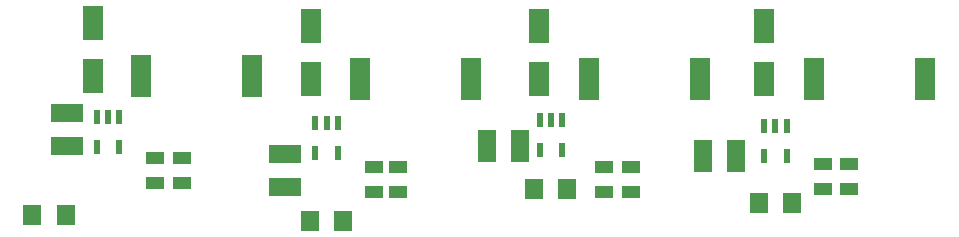
<source format=gbr>
G04 EAGLE Gerber RS-274X export*
G75*
%MOMM*%
%FSLAX34Y34*%
%LPD*%
%INSolderpaste Bottom*%
%IPPOS*%
%AMOC8*
5,1,8,0,0,1.08239X$1,22.5*%
G01*
%ADD10R,1.600000X1.803000*%
%ADD11R,1.780000X3.560000*%
%ADD12R,1.600000X2.700000*%
%ADD13R,0.550000X1.200000*%
%ADD14R,1.500000X1.100000*%
%ADD15R,1.700000X3.000000*%
%ADD16R,2.700000X1.600000*%


D10*
X450405Y334300D03*
X478845Y334300D03*
D11*
X591500Y427200D03*
X497500Y427200D03*
D12*
X438700Y370500D03*
X410700Y370500D03*
D13*
X455500Y393000D03*
X465000Y393000D03*
X474500Y393000D03*
X474500Y367000D03*
X455500Y367000D03*
D14*
X510000Y353000D03*
X510000Y332000D03*
X532500Y332000D03*
X532500Y353000D03*
D15*
X455000Y427500D03*
X455000Y472500D03*
D10*
X25780Y312500D03*
X54220Y312500D03*
D11*
X212000Y430000D03*
X118000Y430000D03*
D16*
X55000Y371000D03*
X55000Y399000D03*
D13*
X80500Y395500D03*
X90000Y395500D03*
X99500Y395500D03*
X99500Y369500D03*
X80500Y369500D03*
D14*
X130000Y360500D03*
X130000Y339500D03*
X152500Y339500D03*
X152500Y360500D03*
D15*
X77500Y430000D03*
X77500Y475000D03*
D10*
X640780Y322500D03*
X669220Y322500D03*
D11*
X782000Y427500D03*
X688000Y427500D03*
D12*
X621500Y362500D03*
X593500Y362500D03*
D13*
X645500Y388000D03*
X655000Y388000D03*
X664500Y388000D03*
X664500Y362000D03*
X645500Y362000D03*
D14*
X695000Y355500D03*
X695000Y334500D03*
X717500Y334500D03*
X717500Y355500D03*
D15*
X645000Y427500D03*
X645000Y472500D03*
D10*
X260780Y307500D03*
X289220Y307500D03*
D11*
X397000Y427500D03*
X303000Y427500D03*
D16*
X240000Y364000D03*
X240000Y336000D03*
D13*
X265500Y390500D03*
X275000Y390500D03*
X284500Y390500D03*
X284500Y364500D03*
X265500Y364500D03*
D14*
X315000Y353000D03*
X315000Y332000D03*
X335000Y332000D03*
X335000Y353000D03*
D15*
X261700Y427500D03*
X261700Y472500D03*
M02*

</source>
